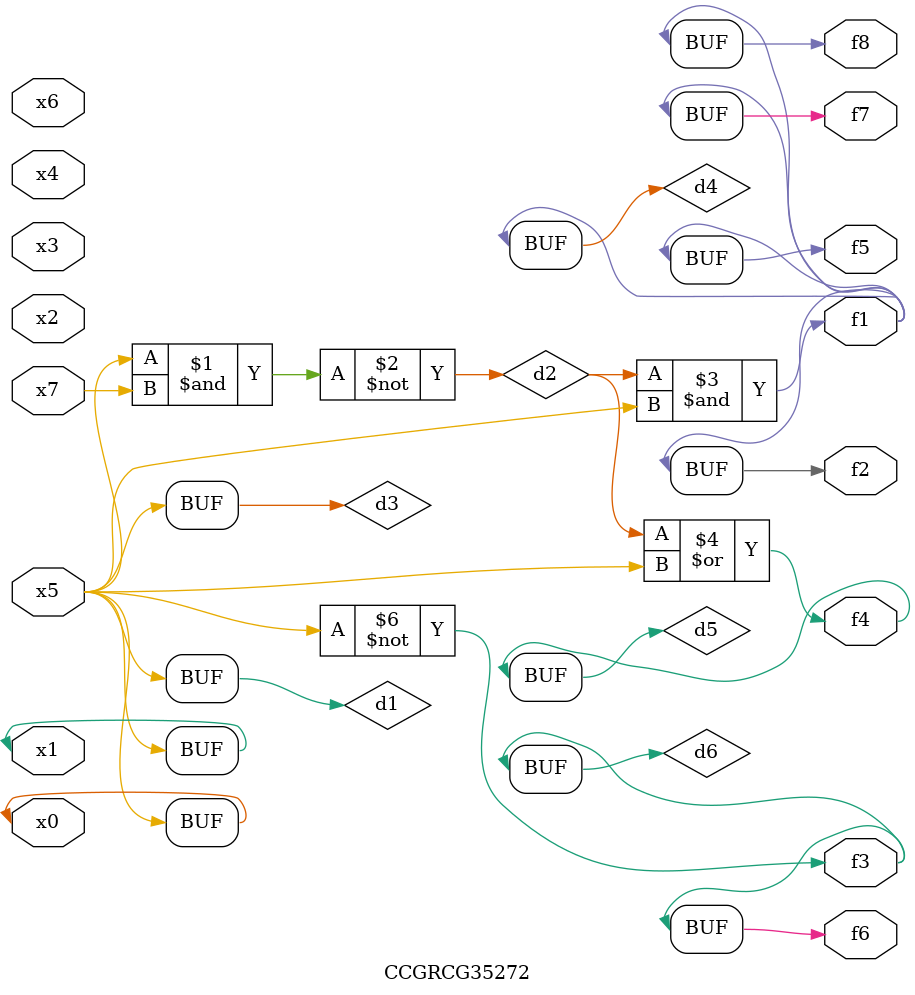
<source format=v>
module CCGRCG35272(
	input x0, x1, x2, x3, x4, x5, x6, x7,
	output f1, f2, f3, f4, f5, f6, f7, f8
);

	wire d1, d2, d3, d4, d5, d6;

	buf (d1, x0, x5);
	nand (d2, x5, x7);
	buf (d3, x0, x1);
	and (d4, d2, d3);
	or (d5, d2, d3);
	nor (d6, d1, d3);
	assign f1 = d4;
	assign f2 = d4;
	assign f3 = d6;
	assign f4 = d5;
	assign f5 = d4;
	assign f6 = d6;
	assign f7 = d4;
	assign f8 = d4;
endmodule

</source>
